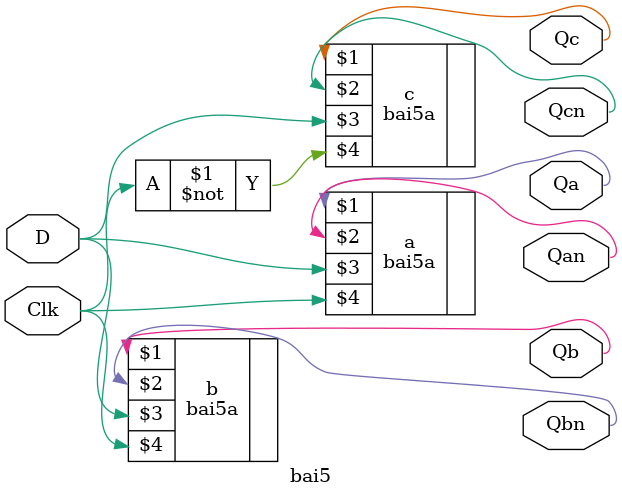
<source format=v>
module bai5(
	output Qa, Qb, Qc, Qan, Qbn, Qcn,
	input D, Clk
);
	bai5a a(Qa, Qan, D, Clk);
	bai5a b(Qb, Qbn, D, Clk);
	bai5a c(Qc, Qcn, D, ~Clk);
endmodule 
</source>
